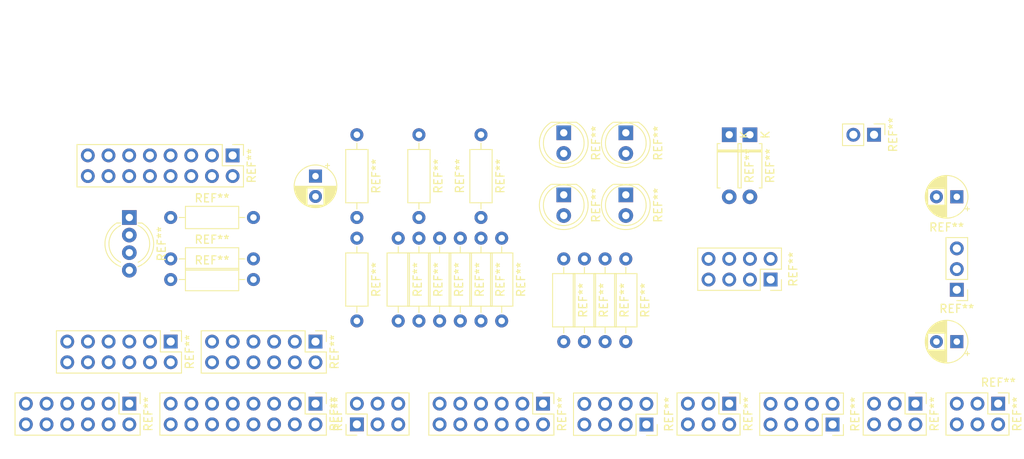
<source format=kicad_pcb>
(kicad_pcb (version 20211014) (generator pcbnew)
  (layers (0 "F.Cu" signal) (31 "B.Cu" signal) (34 "B.Paste" user) (35 "F.Paste" user) (36 "B.SilkS" user "B.Silkscreen") (37 "F.SilkS" user "F.Silkscreen") (38 "B.Mask" user) (39 "F.Mask" user) (44 "Edge.Cuts" user))
  (net 0 "")
  (footprint "Resistor_THT:R_Axial_DIN0207_L6.3mm_D2.5mm_P10.16mm_Horizontal" (layer "F.Cu") (at 129.54 96.52 -90)
    (fp_text reference "REF**" (at 5.08 -2.37 90) (layer "F.SilkS"))
    (fp_text value "R")
    (pad "1" thru_hole circle (at 0 0 270) (size 1.6 1.6) (drill 0.8) (layers *.Cu *.Mask))
    (pad "2" thru_hole oval (at 10.16 0 270) (size 1.6 1.6) (drill 0.8) (layers *.Cu *.Mask))
  )
  (footprint "Resistor_THT:R_Axial_DIN0207_L6.3mm_D2.5mm_P10.16mm_Horizontal" (layer "F.Cu") (at 134.62 96.52 -90)
    (fp_text reference "REF**" (at 5.08 -2.37 90) (layer "F.SilkS"))
    (fp_text value "R")
    (pad "1" thru_hole circle (at 0 0 270) (size 1.6 1.6) (drill 0.8) (layers *.Cu *.Mask))
    (pad "2" thru_hole oval (at 10.16 0 270) (size 1.6 1.6) (drill 0.8) (layers *.Cu *.Mask))
  )
  (footprint "Connector_PinHeader_2.54mm:PinHeader_2x08_P2.54mm_Vertical" (layer "F.Cu") (at 109.205 86.355 -90)
    (fp_text reference "REF**" (at 1.27 -2.33 90) (layer "F.SilkS"))
    (fp_text value "Digital 0-7")
    (pad "1" thru_hole rect (at 0 0 270) (size 1.7 1.7) (drill 1) (layers *.Cu *.Mask))
    (pad "2" thru_hole oval (at 2.54 0 270) (size 1.7 1.7) (drill 1) (layers *.Cu *.Mask))
    (pad "3" thru_hole oval (at 0 2.54 270) (size 1.7 1.7) (drill 1) (layers *.Cu *.Mask))
    (pad "4" thru_hole oval (at 2.54 2.54 270) (size 1.7 1.7) (drill 1) (layers *.Cu *.Mask))
    (pad "5" thru_hole oval (at 0 5.08 270) (size 1.7 1.7) (drill 1) (layers *.Cu *.Mask))
    (pad "6" thru_hole oval (at 2.54 5.08 270) (size 1.7 1.7) (drill 1) (layers *.Cu *.Mask))
    (pad "7" thru_hole oval (at 0 7.62 270) (size 1.7 1.7) (drill 1) (layers *.Cu *.Mask))
    (pad "8" thru_hole oval (at 2.54 7.62 270) (size 1.7 1.7) (drill 1) (layers *.Cu *.Mask))
    (pad "9" thru_hole oval (at 0 10.16 270) (size 1.7 1.7) (drill 1) (layers *.Cu *.Mask))
    (pad "10" thru_hole oval (at 2.54 10.16 270) (size 1.7 1.7) (drill 1) (layers *.Cu *.Mask))
    (pad "11" thru_hole oval (at 0 12.7 270) (size 1.7 1.7) (drill 1) (layers *.Cu *.Mask))
    (pad "12" thru_hole oval (at 2.54 12.7 270) (size 1.7 1.7) (drill 1) (layers *.Cu *.Mask))
    (pad "13" thru_hole oval (at 0 15.24 270) (size 1.7 1.7) (drill 1) (layers *.Cu *.Mask))
    (pad "14" thru_hole oval (at 2.54 15.24 270) (size 1.7 1.7) (drill 1) (layers *.Cu *.Mask))
    (pad "15" thru_hole oval (at 0 17.78 270) (size 1.7 1.7) (drill 1) (layers *.Cu *.Mask))
    (pad "16" thru_hole oval (at 2.54 17.78 270) (size 1.7 1.7) (drill 1) (layers *.Cu *.Mask))
  )
  (footprint "Connector_PinHeader_2.54mm:PinHeader_2x06_P2.54mm_Vertical" (layer "F.Cu") (at 96.52 116.84 -90)
    (fp_text reference "REF**" (at 1.27 -2.33 90) (layer "F.SilkS"))
    (fp_text value "Digital 8-13")
    (pad "1" thru_hole rect (at 0 0 270) (size 1.7 1.7) (drill 1) (layers *.Cu *.Mask))
    (pad "2" thru_hole oval (at 2.54 0 270) (size 1.7 1.7) (drill 1) (layers *.Cu *.Mask))
    (pad "3" thru_hole oval (at 0 2.54 270) (size 1.7 1.7) (drill 1) (layers *.Cu *.Mask))
    (pad "4" thru_hole oval (at 2.54 2.54 270) (size 1.7 1.7) (drill 1) (layers *.Cu *.Mask))
    (pad "5" thru_hole oval (at 0 5.08 270) (size 1.7 1.7) (drill 1) (layers *.Cu *.Mask))
    (pad "6" thru_hole oval (at 2.54 5.08 270) (size 1.7 1.7) (drill 1) (layers *.Cu *.Mask))
    (pad "7" thru_hole oval (at 0 7.62 270) (size 1.7 1.7) (drill 1) (layers *.Cu *.Mask))
    (pad "8" thru_hole oval (at 2.54 7.62 270) (size 1.7 1.7) (drill 1) (layers *.Cu *.Mask))
    (pad "9" thru_hole oval (at 0 10.16 270) (size 1.7 1.7) (drill 1) (layers *.Cu *.Mask))
    (pad "10" thru_hole oval (at 2.54 10.16 270) (size 1.7 1.7) (drill 1) (layers *.Cu *.Mask))
    (pad "11" thru_hole oval (at 0 12.7 270) (size 1.7 1.7) (drill 1) (layers *.Cu *.Mask))
    (pad "12" thru_hole oval (at 2.54 12.7 270) (size 1.7 1.7) (drill 1) (layers *.Cu *.Mask))
  )
  (footprint "Resistor_THT:R_Axial_DIN0207_L6.3mm_D2.5mm_P10.16mm_Horizontal" (layer "F.Cu") (at 137.16 96.52 -90)
    (fp_text reference "REF**" (at 5.08 -2.37 90) (layer "F.SilkS"))
    (fp_text value "R")
    (pad "1" thru_hole circle (at 0 0 270) (size 1.6 1.6) (drill 0.8) (layers *.Cu *.Mask))
    (pad "2" thru_hole oval (at 10.16 0 270) (size 1.6 1.6) (drill 0.8) (layers *.Cu *.Mask))
  )
  (footprint "Connector_PinHeader_2.54mm:PinHeader_2x08_P2.54mm_Vertical" (layer "F.Cu") (at 119.38 116.84 -90)
    (fp_text reference "REF**" (at 1.27 -2.33 90) (layer "F.SilkS"))
    (fp_text value "Digital 0-7")
    (pad "1" thru_hole rect (at 0 0 270) (size 1.7 1.7) (drill 1) (layers *.Cu *.Mask))
    (pad "2" thru_hole oval (at 2.54 0 270) (size 1.7 1.7) (drill 1) (layers *.Cu *.Mask))
    (pad "3" thru_hole oval (at 0 2.54 270) (size 1.7 1.7) (drill 1) (layers *.Cu *.Mask))
    (pad "4" thru_hole oval (at 2.54 2.54 270) (size 1.7 1.7) (drill 1) (layers *.Cu *.Mask))
    (pad "5" thru_hole oval (at 0 5.08 270) (size 1.7 1.7) (drill 1) (layers *.Cu *.Mask))
    (pad "6" thru_hole oval (at 2.54 5.08 270) (size 1.7 1.7) (drill 1) (layers *.Cu *.Mask))
    (pad "7" thru_hole oval (at 0 7.62 270) (size 1.7 1.7) (drill 1) (layers *.Cu *.Mask))
    (pad "8" thru_hole oval (at 2.54 7.62 270) (size 1.7 1.7) (drill 1) (layers *.Cu *.Mask))
    (pad "9" thru_hole oval (at 0 10.16 270) (size 1.7 1.7) (drill 1) (layers *.Cu *.Mask))
    (pad "10" thru_hole oval (at 2.54 10.16 270) (size 1.7 1.7) (drill 1) (layers *.Cu *.Mask))
    (pad "11" thru_hole oval (at 0 12.7 270) (size 1.7 1.7) (drill 1) (layers *.Cu *.Mask))
    (pad "12" thru_hole oval (at 2.54 12.7 270) (size 1.7 1.7) (drill 1) (layers *.Cu *.Mask))
    (pad "13" thru_hole oval (at 0 15.24 270) (size 1.7 1.7) (drill 1) (layers *.Cu *.Mask))
    (pad "14" thru_hole oval (at 2.54 15.24 270) (size 1.7 1.7) (drill 1) (layers *.Cu *.Mask))
    (pad "15" thru_hole oval (at 0 17.78 270) (size 1.7 1.7) (drill 1) (layers *.Cu *.Mask))
    (pad "16" thru_hole oval (at 2.54 17.78 270) (size 1.7 1.7) (drill 1) (layers *.Cu *.Mask))
  )
  (footprint "Connector_PinSocket_2.54mm:PinSocket_2x04_P2.54mm_Vertical" (layer "F.Cu") (at 175.26 101.6 -90)
    (fp_text reference "REF**" (at -1.27 -2.77 90) (layer "F.SilkS"))
    (fp_text value "ESP8266")
    (pad "1" thru_hole rect (at 0 0 270) (size 1.7 1.7) (drill 1) (layers *.Cu *.Mask))
    (pad "2" thru_hole oval (at -2.54 0 270) (size 1.7 1.7) (drill 1) (layers *.Cu *.Mask))
    (pad "3" thru_hole oval (at 0 2.54 270) (size 1.7 1.7) (drill 1) (layers *.Cu *.Mask))
    (pad "4" thru_hole oval (at -2.54 2.54 270) (size 1.7 1.7) (drill 1) (layers *.Cu *.Mask))
    (pad "5" thru_hole oval (at 0 5.08 270) (size 1.7 1.7) (drill 1) (layers *.Cu *.Mask))
    (pad "6" thru_hole oval (at -2.54 5.08 270) (size 1.7 1.7) (drill 1) (layers *.Cu *.Mask))
    (pad "7" thru_hole oval (at 0 7.62 270) (size 1.7 1.7) (drill 1) (layers *.Cu *.Mask))
    (pad "8" thru_hole oval (at -2.54 7.62 270) (size 1.7 1.7) (drill 1) (layers *.Cu *.Mask))
  )
  (footprint "Resistor_THT:R_Axial_DIN0207_L6.3mm_D2.5mm_P10.16mm_Horizontal" (layer "F.Cu") (at 139.7 96.52 -90)
    (fp_text reference "REF**" (at 5.08 -2.37 90) (layer "F.SilkS"))
    (fp_text value "R")
    (pad "1" thru_hole circle (at 0 0 270) (size 1.6 1.6) (drill 0.8) (layers *.Cu *.Mask))
    (pad "2" thru_hole oval (at 10.16 0 270) (size 1.6 1.6) (drill 0.8) (layers *.Cu *.Mask))
  )
  (footprint "Resistor_THT:R_Axial_DIN0207_L6.3mm_D2.5mm_P10.16mm_Horizontal" (layer "F.Cu") (at 101.6 99.06)
    (fp_text reference "REF**" (at 5.08 -2.37) (layer "F.SilkS"))
    (fp_text value "220")
    (pad "1" thru_hole circle (at 0 0) (size 1.6 1.6) (drill 0.8) (layers *.Cu *.Mask))
    (pad "2" thru_hole oval (at 10.16 0) (size 1.6 1.6) (drill 0.8) (layers *.Cu *.Mask))
  )
  (footprint "Resistor_THT:R_Axial_DIN0207_L6.3mm_D2.5mm_P10.16mm_Horizontal" (layer "F.Cu") (at 124.46 83.82 -90)
    (fp_text reference "REF**" (at 5.08 -2.37 90) (layer "F.SilkS"))
    (fp_text value "10K")
    (pad "1" thru_hole circle (at 0 0 270) (size 1.6 1.6) (drill 0.8) (layers *.Cu *.Mask))
    (pad "2" thru_hole oval (at 10.16 0 270) (size 1.6 1.6) (drill 0.8) (layers *.Cu *.Mask))
  )
  (footprint "Resistor_THT:R_Axial_DIN0207_L6.3mm_D2.5mm_P10.16mm_Horizontal" (layer "F.Cu") (at 154.94 99.06 -90)
    (fp_text reference "REF**" (at 5.08 -2.37 90) (layer "F.SilkS"))
    (fp_text value "220")
    (pad "1" thru_hole circle (at 0 0 270) (size 1.6 1.6) (drill 0.8) (layers *.Cu *.Mask))
    (pad "2" thru_hole oval (at 10.16 0 270) (size 1.6 1.6) (drill 0.8) (layers *.Cu *.Mask))
  )
  (footprint "Connector_PinHeader_2.54mm:PinHeader_2x06_P2.54mm_Vertical" (layer "F.Cu") (at 101.6 109.215 -90)
    (fp_text reference "REF**" (at 1.27 -2.33 90) (layer "F.SilkS"))
    (fp_text value "Power")
    (pad "1" thru_hole rect (at 0 0 270) (size 1.7 1.7) (drill 1) (layers *.Cu *.Mask))
    (pad "2" thru_hole oval (at 2.54 0 270) (size 1.7 1.7) (drill 1) (layers *.Cu *.Mask))
    (pad "3" thru_hole oval (at 0 2.54 270) (size 1.7 1.7) (drill 1) (layers *.Cu *.Mask))
    (pad "4" thru_hole oval (at 2.54 2.54 270) (size 1.7 1.7) (drill 1) (layers *.Cu *.Mask))
    (pad "5" thru_hole oval (at 0 5.08 270) (size 1.7 1.7) (drill 1) (layers *.Cu *.Mask))
    (pad "6" thru_hole oval (at 2.54 5.08 270) (size 1.7 1.7) (drill 1) (layers *.Cu *.Mask))
    (pad "7" thru_hole oval (at 0 7.62 270) (size 1.7 1.7) (drill 1) (layers *.Cu *.Mask))
    (pad "8" thru_hole oval (at 2.54 7.62 270) (size 1.7 1.7) (drill 1) (layers *.Cu *.Mask))
    (pad "9" thru_hole oval (at 0 10.16 270) (size 1.7 1.7) (drill 1) (layers *.Cu *.Mask))
    (pad "10" thru_hole oval (at 2.54 10.16 270) (size 1.7 1.7) (drill 1) (layers *.Cu *.Mask))
    (pad "11" thru_hole oval (at 0 12.7 270) (size 1.7 1.7) (drill 1) (layers *.Cu *.Mask))
    (pad "12" thru_hole oval (at 2.54 12.7 270) (size 1.7 1.7) (drill 1) (layers *.Cu *.Mask))
  )
  (footprint "Connector_PinSocket_2.54mm:PinSocket_2x04_P2.54mm_Vertical" (layer "F.Cu") (at 182.87 119.4 -90)
    (fp_text reference "REF**" (at -1.27 -2.77 90) (layer "F.SilkS"))
    (fp_text value "SR04 Sensor")
    (pad "1" thru_hole rect (at 0 0 270) (size 1.7 1.7) (drill 1) (layers *.Cu *.Mask))
    (pad "2" thru_hole oval (at -2.54 0 270) (size 1.7 1.7) (drill 1) (layers *.Cu *.Mask))
    (pad "3" thru_hole oval (at 0 2.54 270) (size 1.7 1.7) (drill 1) (layers *.Cu *.Mask))
    (pad "4" thru_hole oval (at -2.54 2.54 270) (size 1.7 1.7) (drill 1) (layers *.Cu *.Mask))
    (pad "5" thru_hole oval (at 0 5.08 270) (size 1.7 1.7) (drill 1) (layers *.Cu *.Mask))
    (pad "6" thru_hole oval (at -2.54 5.08 270) (size 1.7 1.7) (drill 1) (layers *.Cu *.Mask))
    (pad "7" thru_hole oval (at 0 7.62 270) (size 1.7 1.7) (drill 1) (layers *.Cu *.Mask))
    (pad "8" thru_hole oval (at -2.54 7.62 270) (size 1.7 1.7) (drill 1) (layers *.Cu *.Mask))
  )
  (footprint "Connector_PinHeader_2.54mm:PinHeader_1x03_P2.54mm_Vertical" (layer "F.Cu") (at 198.12 102.855 180)
    (fp_text reference "REF**" (at 0 -2.33) (layer "F.SilkS"))
    (fp_text value "3V3 Adapter")
    (pad "1" thru_hole rect (at 0 0 180) (size 1.7 1.7) (drill 1) (layers *.Cu *.Mask))
    (pad "2" thru_hole oval (at 0 2.54 180) (size 1.7 1.7) (drill 1) (layers *.Cu *.Mask))
    (pad "3" thru_hole oval (at 0 5.08 180) (size 1.7 1.7) (drill 1) (layers *.Cu *.Mask))
  )
  (footprint "LED_THT:LED_D5.0mm_Clear" (layer "F.Cu") (at 157.48 83.58 -90)
    (fp_text reference "REF**" (at 1.27 -3.96 90) (layer "F.SilkS"))
    (fp_text value "LED LF")
    (pad "1" thru_hole rect (at 0 0 270) (size 1.8 1.8) (drill 0.9) (layers *.Cu *.Mask))
    (pad "2" thru_hole circle (at 2.54 0 270) (size 1.8 1.8) (drill 0.9) (layers *.Cu *.Mask))
  )
  (footprint "Connector_PinHeader_2.54mm:PinHeader_2x03_P2.54mm_Vertical" (layer "F.Cu") (at 203.2 116.84 -90)
    (fp_text reference "REF**" (at 1.27 -2.33 90) (layer "F.SilkS"))
    (fp_text value "5V")
    (pad "1" thru_hole rect (at 0 0 270) (size 1.7 1.7) (drill 1) (layers *.Cu *.Mask))
    (pad "2" thru_hole oval (at 2.54 0 270) (size 1.7 1.7) (drill 1) (layers *.Cu *.Mask))
    (pad "3" thru_hole oval (at 0 2.54 270) (size 1.7 1.7) (drill 1) (layers *.Cu *.Mask))
    (pad "4" thru_hole oval (at 2.54 2.54 270) (size 1.7 1.7) (drill 1) (layers *.Cu *.Mask))
    (pad "5" thru_hole oval (at 0 5.08 270) (size 1.7 1.7) (drill 1) (layers *.Cu *.Mask))
    (pad "6" thru_hole oval (at 2.54 5.08 270) (size 1.7 1.7) (drill 1) (layers *.Cu *.Mask))
  )
  (footprint "Connector_PinHeader_2.54mm:PinHeader_2x06_P2.54mm_Vertical" (layer "F.Cu") (at 119.38 109.22 -90)
    (fp_text reference "REF**" (at 1.27 -2.33 90) (layer "F.SilkS"))
    (fp_text value "Analog")
    (pad "1" thru_hole rect (at 0 0 270) (size 1.7 1.7) (drill 1) (layers *.Cu *.Mask))
    (pad "2" thru_hole oval (at 2.54 0 270) (size 1.7 1.7) (drill 1) (layers *.Cu *.Mask))
    (pad "3" thru_hole oval (at 0 2.54 270) (size 1.7 1.7) (drill 1) (layers *.Cu *.Mask))
    (pad "4" thru_hole oval (at 2.54 2.54 270) (size 1.7 1.7) (drill 1) (layers *.Cu *.Mask))
    (pad "5" thru_hole oval (at 0 5.08 270) (size 1.7 1.7) (drill 1) (layers *.Cu *.Mask))
    (pad "6" thru_hole oval (at 2.54 5.08 270) (size 1.7 1.7) (drill 1) (layers *.Cu *.Mask))
    (pad "7" thru_hole oval (at 0 7.62 270) (size 1.7 1.7) (drill 1) (layers *.Cu *.Mask))
    (pad "8" thru_hole oval (at 2.54 7.62 270) (size 1.7 1.7) (drill 1) (layers *.Cu *.Mask))
    (pad "9" thru_hole oval (at 0 10.16 270) (size 1.7 1.7) (drill 1) (layers *.Cu *.Mask))
    (pad "10" thru_hole oval (at 2.54 10.16 270) (size 1.7 1.7) (drill 1) (layers *.Cu *.Mask))
    (pad "11" thru_hole oval (at 0 12.7 270) (size 1.7 1.7) (drill 1) (layers *.Cu *.Mask))
    (pad "12" thru_hole oval (at 2.54 12.7 270) (size 1.7 1.7) (drill 1) (layers *.Cu *.Mask))
  )
  (footprint "LED_THT:LED_D5.0mm-4_RGB_Wide_Pins" (layer "F.Cu") (at 96.52 93.98 -90)
    (fp_text reference "REF**" (at 3.2385 -3.96 90) (layer "F.SilkS"))
    (fp_text value "LED RGB")
    (pad "1" thru_hole rect (at 0 0 270) (size 1.8 1.8) (drill 0.9) (layers *.Cu *.Mask))
    (pad "2" thru_hole circle (at 2.159 0 270) (size 1.8 1.8) (drill 0.9) (layers *.Cu *.Mask))
    (pad "3" thru_hole circle (at 4.318 0 270) (size 1.8 1.8) (drill 0.9) (layers *.Cu *.Mask))
    (pad "4" thru_hole circle (at 6.477 0 270) (size 1.8 1.8) (drill 0.9) (layers *.Cu *.Mask))
  )
  (footprint "Diode_THT:D_A-405_P7.62mm_Horizontal" (layer "F.Cu") (at 172.72 83.82 -90)
    (fp_text reference "REF**" (at 3.81 -2.47 90) (layer "F.SilkS"))
    (fp_text value "1N4001")
    (fp_text user "K" (at 0 -1.9 90) (layer "F.SilkS"))
    (pad "1" thru_hole rect (at 0 0 270) (size 1.8 1.8) (drill 0.9) (layers *.Cu *.Mask))
    (pad "2" thru_hole oval (at 7.62 0 270) (size 1.8 1.8) (drill 0.9) (layers *.Cu *.Mask))
  )
  (footprint "Resistor_THT:R_Axial_DIN0207_L6.3mm_D2.5mm_P10.16mm_Horizontal" (layer "F.Cu") (at 101.6 101.6)
    (fp_text reference "REF**" (at 5.08 -2.37) (layer "F.SilkS"))
    (fp_text value "220")
    (pad "1" thru_hole circle (at 0 0) (size 1.6 1.6) (drill 0.8) (layers *.Cu *.Mask))
    (pad "2" thru_hole oval (at 10.16 0) (size 1.6 1.6) (drill 0.8) (layers *.Cu *.Mask))
  )
  (footprint "Connector_PinHeader_2.54mm:PinHeader_2x03_P2.54mm_Vertical" (layer "F.Cu") (at 124.46 119.38 90)
    (fp_text reference "REF**" (at 1.27 -2.33 90) (layer "F.SilkS"))
    (fp_text value "Wheel sensors")
    (pad "1" thru_hole rect (at 0 0 90) (size 1.7 1.7) (drill 1) (layers *.Cu *.Mask))
    (pad "2" thru_hole oval (at 2.54 0 90) (size 1.7 1.7) (drill 1) (layers *.Cu *.Mask))
    (pad "3" thru_hole oval (at 0 2.54 90) (size 1.7 1.7) (drill 1) (layers *.Cu *.Mask))
    (pad "4" thru_hole oval (at 2.54 2.54 90) (size 1.7 1.7) (drill 1) (layers *.Cu *.Mask))
    (pad "5" thru_hole oval (at 0 5.08 90) (size 1.7 1.7) (drill 1) (layers *.Cu *.Mask))
    (pad "6" thru_hole oval (at 2.54 5.08 90) (size 1.7 1.7) (drill 1) (layers *.Cu *.Mask))
  )
  (footprint "Capacitor_THT:CP_Radial_D5.0mm_P2.50mm" (layer "F.Cu") (at 198.12 109.22 180)
    (fp_text reference "REF**" (at -5.1 -5.02) (layer "F.SilkS"))
    (fp_text value "22uF")
    (pad "1" thru_hole rect (at 0 0 180) (size 1.6 1.6) (drill 0.8) (layers *.Cu *.Mask))
    (pad "2" thru_hole circle (at 2.5 0 180) (size 1.6 1.6) (drill 0.8) (layers *.Cu *.Mask))
  )
  (footprint "Resistor_THT:R_Axial_DIN0207_L6.3mm_D2.5mm_P10.16mm_Horizontal" (layer "F.Cu") (at 132.08 96.52 -90)
    (fp_text reference "REF**" (at 5.08 -2.37 90) (layer "F.SilkS"))
    (fp_text value "R")
    (pad "1" thru_hole circle (at 0 0 270) (size 1.6 1.6) (drill 0.8) (layers *.Cu *.Mask))
    (pad "2" thru_hole oval (at 10.16 0 270) (size 1.6 1.6) (drill 0.8) (layers *.Cu *.Mask))
  )
  (footprint "Connector_PinHeader_2.54mm:PinHeader_2x06_P2.54mm_Vertical" (layer "F.Cu") (at 147.32 116.84 -90)
    (fp_text reference "REF**" (at 1.27 -2.33 90) (layer "F.SilkS"))
    (fp_text value "Analog")
    (pad "1" thru_hole rect (at 0 0 270) (size 1.7 1.7) (drill 1) (layers *.Cu *.Mask))
    (pad "2" thru_hole oval (at 2.54 0 270) (size 1.7 1.7) (drill 1) (layers *.Cu *.Mask))
    (pad "3" thru_hole oval (at 0 2.54 270) (size 1.7 1.7) (drill 1) (layers *.Cu *.Mask))
    (pad "4" thru_hole oval (at 2.54 2.54 270) (size 1.7 1.7) (drill 1) (layers *.Cu *.Mask))
    (pad "5" thru_hole oval (at 0 5.08 270) (size 1.7 1.7) (drill 1) (layers *.Cu *.Mask))
    (pad "6" thru_hole oval (at 2.54 5.08 270) (size 1.7 1.7) (drill 1) (layers *.Cu *.Mask))
    (pad "7" thru_hole oval (at 0 7.62 270) (size 1.7 1.7) (drill 1) (layers *.Cu *.Mask))
    (pad "8" thru_hole oval (at 2.54 7.62 270) (size 1.7 1.7) (drill 1) (layers *.Cu *.Mask))
    (pad "9" thru_hole oval (at 0 10.16 270) (size 1.7 1.7) (drill 1) (layers *.Cu *.Mask))
    (pad "10" thru_hole oval (at 2.54 10.16 270) (size 1.7 1.7) (drill 1) (layers *.Cu *.Mask))
    (pad "11" thru_hole oval (at 0 12.7 270) (size 1.7 1.7) (drill 1) (layers *.Cu *.Mask))
    (pad "12" thru_hole oval (at 2.54 12.7 270) (size 1.7 1.7) (drill 1) (layers *.Cu *.Mask))
  )
  (footprint "Resistor_THT:R_Axial_DIN0207_L6.3mm_D2.5mm_P10.16mm_Horizontal" (layer "F.Cu") (at 139.7 83.82 -90)
    (fp_text reference "REF**" (at 5.08 -2.37 90) (layer "F.SilkS"))
    (fp_text value "R_Axial_DIN0207_L6.3mm_D2.5mm_P10.16mm_Horizontal")
    (pad "1" thru_hole circle (at 0 0 270) (size 1.6 1.6) (drill 0.8) (layers *.Cu *.Mask))
    (pad "2" thru_hole oval (at 10.16 0 270) (size 1.6 1.6) (drill 0.8) (layers *.Cu *.Mask))
  )
  (footprint "LED_THT:LED_D5.0mm_Clear" (layer "F.Cu") (at 149.86 91.2 -90)
    (fp_text reference "REF**" (at 1.27 -3.96 90) (layer "F.SilkS"))
    (fp_text value "LED RB")
    (pad "1" thru_hole rect (at 0 0 270) (size 1.8 1.8) (drill 0.9) (layers *.Cu *.Mask))
    (pad "2" thru_hole circle (at 2.54 0 270) (size 1.8 1.8) (drill 0.9) (layers *.Cu *.Mask))
  )
  (footprint "Connector_PinHeader_2.54mm:PinHeader_2x03_P2.54mm_Vertical" (layer "F.Cu") (at 170.18 116.84 -90)
    (fp_text reference "REF**" (at 1.27 -2.33 90) (layer "F.SilkS"))
    (fp_text value "Servo")
    (pad "1" thru_hole rect (at 0 0 270) (size 1.7 1.7) (drill 1) (layers *.Cu *.Mask))
    (pad "2" thru_hole oval (at 2.54 0 270) (size 1.7 1.7) (drill 1) (layers *.Cu *.Mask))
    (pad "3" thru_hole oval (at 0 2.54 270) (size 1.7 1.7) (drill 1) (layers *.Cu *.Mask))
    (pad "4" thru_hole oval (at 2.54 2.54 270) (size 1.7 1.7) (drill 1) (layers *.Cu *.Mask))
    (pad "5" thru_hole oval (at 0 5.08 270) (size 1.7 1.7) (drill 1) (layers *.Cu *.Mask))
    (pad "6" thru_hole oval (at 2.54 5.08 270) (size 1.7 1.7) (drill 1) (layers *.Cu *.Mask))
  )
  (footprint "Connector_PinHeader_2.54mm:PinHeader_1x02_P2.54mm_Vertical" (layer "F.Cu") (at 187.96 83.82 -90)
    (fp_text reference "REF**" (at 0 -2.33 90) (layer "F.SilkS"))
    (fp_text value "Jumper wifi")
    (pad "1" thru_hole rect (at 0 0 270) (size 1.7 1.7) (drill 1) (layers *.Cu *.Mask))
    (pad "2" thru_hole oval (at 0 2.54 270) (size 1.7 1.7) (drill 1) (layers *.Cu *.Mask))
  )
  (footprint "Resistor_THT:R_Axial_DIN0207_L6.3mm_D2.5mm_P10.16mm_Horizontal" (layer "F.Cu") (at 152.4 99.06 -90)
    (fp_text reference "REF**" (at 5.08 -2.37 90) (layer "F.SilkS"))
    (fp_text value "220")
    (pad "1" thru_hole circle (at 0 0 270) (size 1.6 1.6) (drill 0.8) (layers *.Cu *.Mask))
    (pad "2" thru_hole oval (at 10.16 0 270) (size 1.6 1.6) (drill 0.8) (layers *.Cu *.Mask))
  )
  (footprint "LED_THT:LED_D5.0mm_Clear" (layer "F.Cu") (at 149.86 83.58 -90)
    (fp_text reference "REF**" (at 1.27 -3.96 90) (layer "F.SilkS"))
    (fp_text value "LED LB")
    (pad "1" thru_hole rect (at 0 0 270) (size 1.8 1.8) (drill 0.9) (layers *.Cu *.Mask))
    (pad "2" thru_hole circle (at 2.54 0 270) (size 1.8 1.8) (drill 0.9) (layers *.Cu *.Mask))
  )
  (footprint "Capacitor_THT:CP_Radial_D5.0mm_P2.50mm" (layer "F.Cu") (at 119.38 88.9 -90)
    (fp_text reference "REF**" (at -0.02 -17.72 90) (layer "F.SilkS"))
    (fp_text value "22uF")
    (pad "1" thru_hole rect (at 0 0 270) (size 1.6 1.6) (drill 0.8) (layers *.Cu *.Mask))
    (pad "2" thru_hole circle (at 2.5 0 270) (size 1.6 1.6) (drill 0.8) (layers *.Cu *.Mask))
  )
  (footprint "Resistor_THT:R_Axial_DIN0207_L6.3mm_D2.5mm_P10.16mm_Horizontal" (layer "F.Cu") (at 142.24 96.52 -90)
    (fp_text reference "REF**" (at 5.08 -2.37 90) (layer "F.SilkS"))
    (fp_text value "R")
    (pad "1" thru_hole circle (at 0 0 270) (size 1.6 1.6) (drill 0.8) (layers *.Cu *.Mask))
    (pad "2" thru_hole oval (at 10.16 0 270) (size 1.6 1.6) (drill 0.8) (layers *.Cu *.Mask))
  )
  (footprint "Connector_PinSocket_2.54mm:PinSocket_2x04_P2.54mm_Vertical" (layer "F.Cu") (at 160.01 119.4 -90)
    (fp_text reference "REF**" (at -1.27 -2.77 90) (layer "F.SilkS"))
    (fp_text value "Motor Driver")
    (pad "1" thru_hole rect (at 0 0 270) (size 1.7 1.7) (drill 1) (layers *.Cu *.Mask))
    (pad "2" thru_hole oval (at -2.54 0 270) (size 1.7 1.7) (drill 1) (layers *.Cu *.Mask))
    (pad "3" thru_hole oval (at 0 2.54 270) (size 1.7 1.7) (drill 1) (layers *.Cu *.Mask))
    (pad "4" thru_hole oval (at -2.54 2.54 270) (size 1.7 1.7) (drill 1) (layers *.Cu *.Mask))
    (pad "5" thru_hole oval (at 0 5.08 270) (size 1.7 1.7) (drill 1) (layers *.Cu *.Mask))
    (pad "6" thru_hole oval (at -2.54 5.08 270) (size 1.7 1.7) (drill 1) (layers *.Cu *.Mask))
    (pad "7" thru_hole oval (at 0 7.62 270) (size 1.7 1.7) (drill 1) (layers *.Cu *.Mask))
    (pad "8" thru_hole oval (at -2.54 7.62 270) (size 1.7 1.7) (drill 1) (layers *.Cu *.Mask))
  )
  (footprint "Connector_PinHeader_2.54mm:PinHeader_2x03_P2.54mm_Vertical" (layer "F.Cu") (at 193.04 116.84 -90)
    (fp_text reference "REF**" (at 1.27 -2.33 90) (layer "F.SilkS"))
    (fp_text value "12V")
    (pad "1" thru_hole rect (at 0 0 270) (size 1.7 1.7) (drill 1) (layers *.Cu *.Mask))
    (pad "2" thru_hole oval (at 2.54 0 270) (size 1.7 1.7) (drill 1) (layers *.Cu *.Mask))
    (pad "3" thru_hole oval (at 0 2.54 270) (size 1.7 1.7) (drill 1) (layers *.Cu *.Mask))
    (pad "4" thru_hole oval (at 2.54 2.54 270) (size 1.7 1.7) (drill 1) (layers *.Cu *.Mask))
    (pad "5" thru_hole oval (at 0 5.08 270) (size 1.7 1.7) (drill 1) (layers *.Cu *.Mask))
    (pad "6" thru_hole oval (at 2.54 5.08 270) (size 1.7 1.7) (drill 1) (layers *.Cu *.Mask))
  )
  (footprint "Diode_THT:D_A-405_P7.62mm_Horizontal" (layer "F.Cu") (at 170.18 83.82 -90)
    (fp_text reference "REF**" (at 3.81 -2.47 90) (layer "F.SilkS"))
    (fp_text value "1N4001")
    (fp_text user "K" (at 0 -1.9 90) (layer "F.SilkS"))
    (pad "1" thru_hole rect (at 0 0 270) (size 1.8 1.8) (drill 0.9) (layers *.Cu *.Mask))
    (pad "2" thru_hole oval (at 7.62 0 270) (size 1.8 1.8) (drill 0.9) (layers *.Cu *.Mask))
  )
  (footprint "Resistor_THT:R_Axial_DIN0207_L6.3mm_D2.5mm_P10.16mm_Horizontal" (layer "F.Cu") (at 157.48 99.06 -90)
    (fp_text reference "REF**" (at 5.08 -2.37 90) (layer "F.SilkS"))
    (fp_text value "220")
    (pad "1" thru_hole circle (at 0 0 270) (size 1.6 1.6) (drill 0.8) (layers *.Cu *.Mask))
    (pad "2" thru_hole oval (at 10.16 0 270) (size 1.6 1.6) (drill 0.8) (layers *.Cu *.Mask))
  )
  (footprint "Resistor_THT:R_Axial_DIN0207_L6.3mm_D2.5mm_P10.16mm_Horizontal" (layer "F.Cu") (at 132.08 83.82 -90)
    (fp_text reference "REF**" (at 5.08 -2.37 90) (layer "F.SilkS"))
    (fp_text value "R_Axial_DIN0207_L6.3mm_D2.5mm_P10.16mm_Horizontal")
    (pad "1" thru_hole circle (at 0 0 270) (size 1.6 1.6) (drill 0.8) (layers *.Cu *.Mask))
    (pad "2" thru_hole oval (at 10.16 0 270) (size 1.6 1.6) (drill 0.8) (layers *.Cu *.Mask))
  )
  (footprint "Resistor_THT:R_Axial_DIN0207_L6.3mm_D2.5mm_P10.16mm_Horizontal" (layer "F.Cu") (at 124.46 96.52 -90)
    (fp_text reference "REF**" (at 5.08 -2.37 90) (layer "F.SilkS"))
    (fp_text value "22K")
    (pad "1" thru_hole circle (at 0 0 270) (size 1.6 1.6) (drill 0.8) (layers *.Cu *.Mask))
    (pad "2" thru_hole oval (at 10.16 0 270) (size 1.6 1.6) (drill 0.8) (layers *.Cu *.Mask))
  )
  (footprint "LED_THT:LED_D5.0mm_Clear" (layer "F.Cu") (at 157.48 91.2 -90)
    (fp_text reference "REF**" (at 1.27 -3.96 90) (layer "F.SilkS"))
    (fp_text value "LED RF")
    (pad "1" thru_hole rect (at 0 0 270) (size 1.8 1.8) (drill 0.9) (layers *.Cu *.Mask))
    (pad "2" thru_hole circle (at 2.54 0 270) (size 1.8 1.8) (drill 0.9) (layers *.Cu *.Mask))
  )
  (footprint "Resistor_THT:R_Axial_DIN0207_L6.3mm_D2.5mm_P10.16mm_Horizontal" (layer "F.Cu") (at 101.6 93.98)
    (fp_text reference "REF**" (at 5.08 -2.37) (layer "F.SilkS"))
    (fp_text value "220")
    (pad "1" thru_hole circle (at 0 0) (size 1.6 1.6) (drill 0.8) (layers *.Cu *.Mask))
    (pad "2" thru_hole oval (at 10.16 0) (size 1.6 1.6) (drill 0.8) (layers *.Cu *.Mask))
  )
  (footprint "Resistor_THT:R_Axial_DIN0207_L6.3mm_D2.5mm_P10.16mm_Horizontal" (layer "F.Cu") (at 149.86 99.06 -90)
    (fp_text reference "REF**" (at 5.08 -2.37 90) (layer "F.SilkS"))
    (fp_text value "220")
    (pad "1" thru_hole circle (at 0 0 270) (size 1.6 1.6) (drill 0.8) (layers *.Cu *.Mask))
    (pad "2" thru_hole oval (at 10.16 0 270) (size 1.6 1.6) (drill 0.8) (layers *.Cu *.Mask))
  )
  (footprint "Capacitor_THT:CP_Radial_D5.0mm_P2.50mm" (layer "F.Cu") (at 198.12 91.44 180)
    (fp_text reference "REF**" (at 1.25 -3.75) (layer "F.SilkS"))
    (fp_text value "22uF")
    (pad "1" thru_hole rect (at 0 0 180) (size 1.6 1.6) (drill 0.8) (layers *.Cu *.Mask))
    (pad "2" thru_hole circle (at 2.5 0 180) (size 1.6 1.6) (drill 0.8) (layers *.Cu *.Mask))
  )
)
</source>
